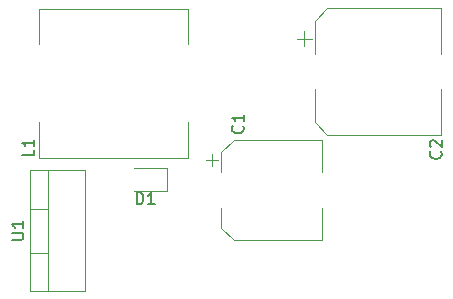
<source format=gbr>
%TF.GenerationSoftware,KiCad,Pcbnew,(6.0.9)*%
%TF.CreationDate,2022-12-23T10:42:16+01:00*%
%TF.ProjectId,buck,6275636b-2e6b-4696-9361-645f70636258,rev?*%
%TF.SameCoordinates,Original*%
%TF.FileFunction,Legend,Top*%
%TF.FilePolarity,Positive*%
%FSLAX46Y46*%
G04 Gerber Fmt 4.6, Leading zero omitted, Abs format (unit mm)*
G04 Created by KiCad (PCBNEW (6.0.9)) date 2022-12-23 10:42:16*
%MOMM*%
%LPD*%
G01*
G04 APERTURE LIST*
%ADD10C,0.150000*%
%ADD11C,0.120000*%
G04 APERTURE END LIST*
D10*
%TO.C,C1*%
X134977142Y-92622666D02*
X135024761Y-92670285D01*
X135072380Y-92813142D01*
X135072380Y-92908380D01*
X135024761Y-93051238D01*
X134929523Y-93146476D01*
X134834285Y-93194095D01*
X134643809Y-93241714D01*
X134500952Y-93241714D01*
X134310476Y-93194095D01*
X134215238Y-93146476D01*
X134120000Y-93051238D01*
X134072380Y-92908380D01*
X134072380Y-92813142D01*
X134120000Y-92670285D01*
X134167619Y-92622666D01*
X135072380Y-91670285D02*
X135072380Y-92241714D01*
X135072380Y-91956000D02*
X134072380Y-91956000D01*
X134215238Y-92051238D01*
X134310476Y-92146476D01*
X134358095Y-92241714D01*
%TO.C,C2*%
X151741142Y-94781666D02*
X151788761Y-94829285D01*
X151836380Y-94972142D01*
X151836380Y-95067380D01*
X151788761Y-95210238D01*
X151693523Y-95305476D01*
X151598285Y-95353095D01*
X151407809Y-95400714D01*
X151264952Y-95400714D01*
X151074476Y-95353095D01*
X150979238Y-95305476D01*
X150884000Y-95210238D01*
X150836380Y-95067380D01*
X150836380Y-94972142D01*
X150884000Y-94829285D01*
X150931619Y-94781666D01*
X150931619Y-94400714D02*
X150884000Y-94353095D01*
X150836380Y-94257857D01*
X150836380Y-94019761D01*
X150884000Y-93924523D01*
X150931619Y-93876904D01*
X151026857Y-93829285D01*
X151122095Y-93829285D01*
X151264952Y-93876904D01*
X151836380Y-94448333D01*
X151836380Y-93829285D01*
%TO.C,L1*%
X117292380Y-94654666D02*
X117292380Y-95130857D01*
X116292380Y-95130857D01*
X117292380Y-93797523D02*
X117292380Y-94368952D01*
X117292380Y-94083238D02*
X116292380Y-94083238D01*
X116435238Y-94178476D01*
X116530476Y-94273714D01*
X116578095Y-94368952D01*
%TO.C,D1*%
X126007904Y-99257380D02*
X126007904Y-98257380D01*
X126246000Y-98257380D01*
X126388857Y-98305000D01*
X126484095Y-98400238D01*
X126531714Y-98495476D01*
X126579333Y-98685952D01*
X126579333Y-98828809D01*
X126531714Y-99019285D01*
X126484095Y-99114523D01*
X126388857Y-99209761D01*
X126246000Y-99257380D01*
X126007904Y-99257380D01*
X127531714Y-99257380D02*
X126960285Y-99257380D01*
X127246000Y-99257380D02*
X127246000Y-98257380D01*
X127150761Y-98400238D01*
X127055523Y-98495476D01*
X126960285Y-98543095D01*
%TO.C,U1*%
X115427380Y-102261904D02*
X116236904Y-102261904D01*
X116332142Y-102214285D01*
X116379761Y-102166666D01*
X116427380Y-102071428D01*
X116427380Y-101880952D01*
X116379761Y-101785714D01*
X116332142Y-101738095D01*
X116236904Y-101690476D01*
X115427380Y-101690476D01*
X116427380Y-100690476D02*
X116427380Y-101261904D01*
X116427380Y-100976190D02*
X115427380Y-100976190D01*
X115570238Y-101071428D01*
X115665476Y-101166666D01*
X115713095Y-101261904D01*
D11*
%TO.C,C1*%
X133154000Y-101239563D02*
X134218437Y-102304000D01*
X141674000Y-102304000D02*
X141674000Y-99554000D01*
X132414000Y-95034000D02*
X132414000Y-96034000D01*
X134218437Y-93784000D02*
X141674000Y-93784000D01*
X134218437Y-102304000D02*
X141674000Y-102304000D01*
X133154000Y-94848437D02*
X133154000Y-96534000D01*
X141674000Y-93784000D02*
X141674000Y-96534000D01*
X131914000Y-95534000D02*
X132914000Y-95534000D01*
X133154000Y-101239563D02*
X133154000Y-99554000D01*
X133154000Y-94848437D02*
X134218437Y-93784000D01*
%TO.C,C2*%
X141071000Y-83715437D02*
X142135437Y-82651000D01*
X151791000Y-93371000D02*
X151791000Y-89521000D01*
X140206000Y-84626000D02*
X140206000Y-85876000D01*
X141071000Y-92306563D02*
X141071000Y-89521000D01*
X139581000Y-85251000D02*
X140831000Y-85251000D01*
X141071000Y-92306563D02*
X142135437Y-93371000D01*
X141071000Y-83715437D02*
X141071000Y-86501000D01*
X142135437Y-82651000D02*
X151791000Y-82651000D01*
X142135437Y-93371000D02*
X151791000Y-93371000D01*
X151791000Y-82651000D02*
X151791000Y-86501000D01*
%TO.C,L1*%
X117779000Y-85727000D02*
X117779000Y-82727000D01*
X130379000Y-82727000D02*
X130379000Y-85727000D01*
X117779000Y-95327000D02*
X117779000Y-92327000D01*
X117779000Y-82727000D02*
X130379000Y-82727000D01*
X130379000Y-95327000D02*
X117779000Y-95327000D01*
X130379000Y-92327000D02*
X130379000Y-95327000D01*
%TO.C,D1*%
X125746000Y-98115000D02*
X128606000Y-98115000D01*
X128606000Y-96195000D02*
X125746000Y-96195000D01*
X128606000Y-98115000D02*
X128606000Y-96195000D01*
%TO.C,U1*%
X121616000Y-106621000D02*
X121616000Y-96380000D01*
X116975000Y-103350000D02*
X118485000Y-103350000D01*
X116975000Y-96380000D02*
X121616000Y-96380000D01*
X116975000Y-99650000D02*
X118485000Y-99650000D01*
X116975000Y-106621000D02*
X116975000Y-96380000D01*
X118485000Y-106621000D02*
X118485000Y-96380000D01*
X116975000Y-106621000D02*
X121616000Y-106621000D01*
%TD*%
M02*

</source>
